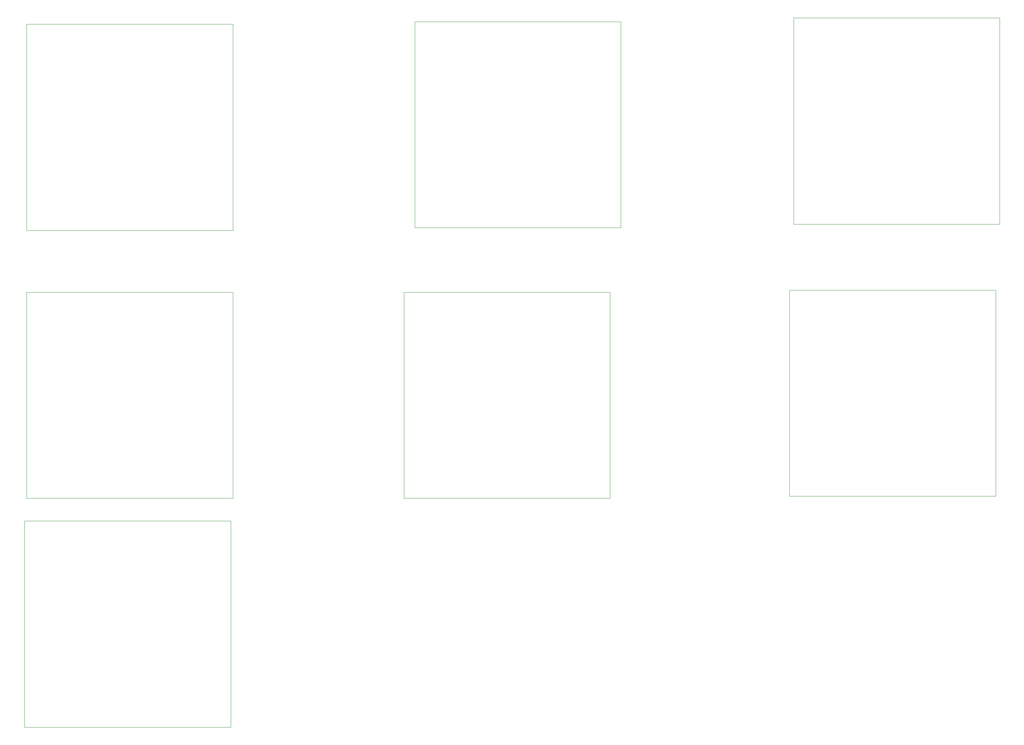
<source format=gbr>
%TF.GenerationSoftware,KiCad,Pcbnew,8.0.3*%
%TF.CreationDate,2024-06-26T17:14:26-03:00*%
%TF.ProjectId,VSource,56536f75-7263-4652-9e6b-696361645f70,rev?*%
%TF.SameCoordinates,Original*%
%TF.FileFunction,Profile,NP*%
%FSLAX46Y46*%
G04 Gerber Fmt 4.6, Leading zero omitted, Abs format (unit mm)*
G04 Created by KiCad (PCBNEW 8.0.3) date 2024-06-26 17:14:26*
%MOMM*%
%LPD*%
G01*
G04 APERTURE LIST*
%TA.AperFunction,Profile*%
%ADD10C,0.050000*%
%TD*%
G04 APERTURE END LIST*
D10*
X207000000Y-89000000D02*
X257000000Y-89000000D01*
X257000000Y-139000000D01*
X207000000Y-139000000D01*
X207000000Y-89000000D01*
X208000000Y-23000000D02*
X258000000Y-23000000D01*
X258000000Y-73000000D01*
X208000000Y-73000000D01*
X208000000Y-23000000D01*
X113500000Y-89500000D02*
X163500000Y-89500000D01*
X163500000Y-139500000D01*
X113500000Y-139500000D01*
X113500000Y-89500000D01*
X21500000Y-145000000D02*
X71500000Y-145000000D01*
X71500000Y-195000000D01*
X21500000Y-195000000D01*
X21500000Y-145000000D01*
X22000000Y-89500000D02*
X72000000Y-89500000D01*
X72000000Y-139500000D01*
X22000000Y-139500000D01*
X22000000Y-89500000D01*
X22000000Y-24500000D02*
X72000000Y-24500000D01*
X72000000Y-74500000D01*
X22000000Y-74500000D01*
X22000000Y-24500000D01*
X116114428Y-23885572D02*
X166114428Y-23885572D01*
X166114428Y-73885572D01*
X116114428Y-73885572D01*
X116114428Y-23885572D01*
M02*

</source>
